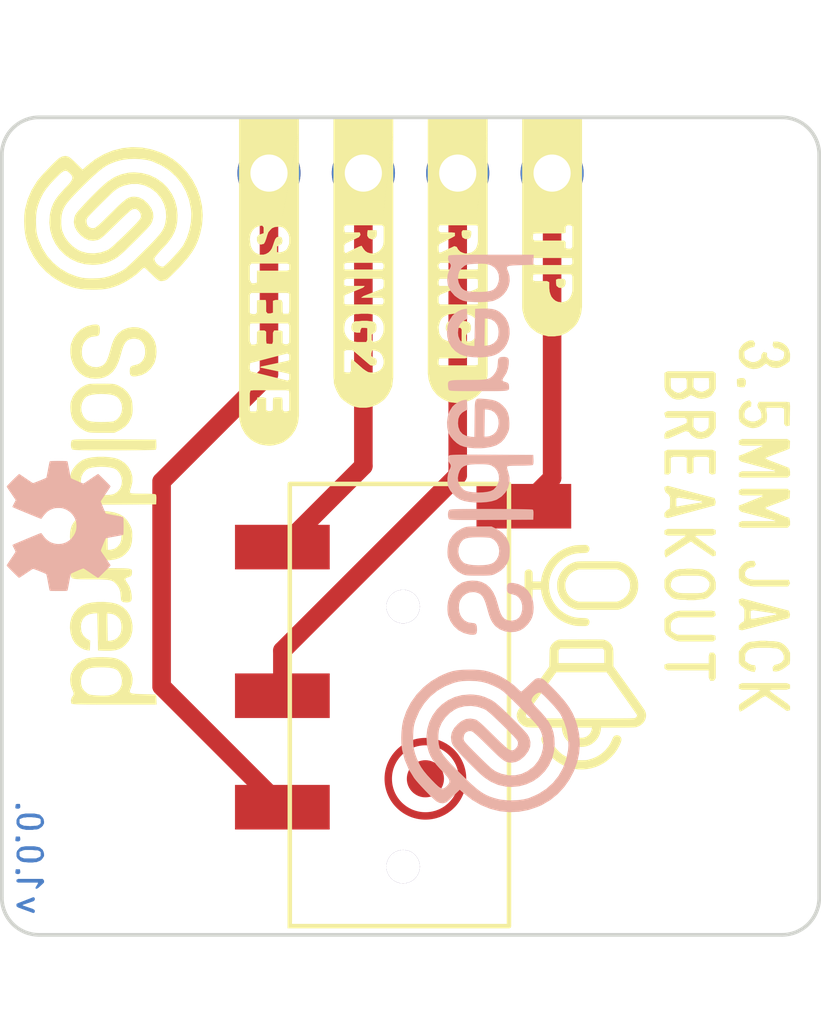
<source format=kicad_pcb>
(kicad_pcb (version 20211014) (generator pcbnew)
  (title_block (title "3.5mm Jack breakout") (date "2022-01-12") (rev "V1.0.0.") (company "SOLDERED") (comment 1 "333088"))
  (layers (0 "F.Cu" signal) (31 "B.Cu" signal) (34 "B.Paste" user) (35 "F.Paste" user) (36 "B.SilkS" user "B.Silkscreen") (37 "F.SilkS" user "F.Silkscreen") (38 "B.Mask" user) (39 "F.Mask" user) (44 "Edge.Cuts" user))
  (net 0 "")
  (net 1 "TIP")
  (net 2 "RING2")
  (net 3 "RING1")
  (net 4 "SLEEVE")
  (footprint "e-radionica.com footprinti:FIDUCIAL_23" (layer "F.Cu") (at 143.4 105.8)
    (fp_text reference "FD1")
    (fp_text value "FIDUCIAL")
    (fp_circle (center 0 0) (end 1 0) (layer "F.Cu") (width 0.2) (fill none))
    (pad "1" smd circle (at 0 0) (size 1 1) (layers "F.Cu" "F.Paste" "F.Mask") (clearance 1.1))
  )
  (footprint "buzzardLabel" (layer "F.Cu") (at 152.5 99 -90)
    (fp_text reference "" (at 0 0 90) (layer "F.SilkS") (effects (font (size 1.27 1.27))))
    (fp_text value "" (at 0 0 90) (layer "F.SilkS") (effects (font (size 1.27 1.27))))
  )
  (footprint "buzzardLabel" (layer "F.Cu") (at 150.5 99 -90)
    (fp_text reference "" (at 0 0 90) (layer "F.SilkS") (effects (font (size 1.27 1.27))))
    (fp_text value "" (at 0 0 90) (layer "F.SilkS") (effects (font (size 1.27 1.27))))
  )
  (footprint "Soldered Graphics:Symbol-Front-Speaker" (layer "F.Cu") (at 147.6 103.8 -90)
    (fp_text reference "G***" hide)
    (fp_text value "LOGO" hide)
  )
  (footprint "e-radionica.com footprinti:3.5mm_jack" (layer "F.Cu") (at 142.8 109.765 90)
    (fp_text reference "K1")
    (fp_text value "3.5mm_jack")
    (pad "1" smd rect (at 11.3 3.25 90) (size 1.2 2.55) (layers "F.Cu" "F.Paste" "F.Mask") (net 1 "TIP"))
    (pad "2" smd rect (at 10.2 -3.25 90) (size 1.2 2.55) (layers "F.Cu" "F.Paste" "F.Mask") (net 2 "RING2"))
    (pad "3" smd rect (at 6.2 -3.25 90) (size 1.2 2.55) (layers "F.Cu" "F.Paste" "F.Mask") (net 3 "RING1"))
    (pad "4" smd rect (at 3.2 -3.25 90) (size 1.2 2.55) (layers "F.Cu" "F.Paste" "F.Mask") (net 4 "SLEEVE"))
    (pad "5" thru_hole circle (at 8.6 0 90) (size 0.9 0.9) (drill 1) (layers *.Cu *.Mask))
    (pad "5" thru_hole circle (at 1.6 0 90) (size 0.9 0.9) (drill 1) (layers *.Cu *.Mask))
  )
  (footprint "Soldered Graphics:Symbol-Front-Microphone" (layer "F.Cu") (at 147.6 100.6 -90)
    (fp_text reference "G***" hide)
    (fp_text value "LOGO" hide)
  )
  (footprint "buzzardLabel" (layer "F.Cu") (at 141.73 87.6 -90)
    (fp_text reference "" (at 0 0 90) (layer "F.SilkS") (effects (font (size 1.27 1.27))))
    (fp_text value "" (at 0 0 90) (layer "F.SilkS") (effects (font (size 1.27 1.27))))
  )
  (footprint "e-radionica.com footprinti:HOLE_3.2mm" (layer "F.Cu") (at 135 107)
    (fp_text reference "H1" hide)
    (fp_text value "HOLE_3.2mm" hide)
    (pad "" np_thru_hole circle locked (at 0 0) (size 3.2 3.2) (drill 3.2) (layers F&B.Cu *.Mask))
  )
  (footprint "buzzardLabel" (layer "F.Cu") (at 146.81 87.6 -90)
    (fp_text reference "" (at 0 0 90) (layer "F.SilkS") (effects (font (size 1.27 1.27))))
    (fp_text value "" (at 0 0 90) (layer "F.SilkS") (effects (font (size 1.27 1.27))))
  )
  (footprint "e-radionica.com footprinti:HOLE_3.2mm" (layer "F.Cu") (at 151 107)
    (fp_text reference "H2" hide)
    (fp_text value "HOLE_3.2mm" hide)
    (pad "" np_thru_hole circle locked (at 0 0) (size 3.2 3.2) (drill 3.2) (layers F&B.Cu *.Mask))
  )
  (footprint "Soldered Graphics:Logo-Back-OSH-3.5mm" (layer "F.Cu") (at 133.7 99 -90)
    (fp_text reference "G***" hide)
    (fp_text value "LOGO" hide)
  )
  (footprint "buzzardLabel" (layer "F.Cu") (at 139.19 87.6 -90)
    (fp_text reference "" (at 0 0 90) (layer "F.SilkS") (effects (font (size 1.27 1.27))))
    (fp_text value "" (at 0 0 90) (layer "F.SilkS") (effects (font (size 1.27 1.27))))
  )
  (footprint "Soldered Graphics:Logo-Back-SolderedFULL-15mm" (layer "F.Cu") (at 145.15 99.2 -90)
    (fp_text reference "REF**" hide)
    (fp_text value "Logo-Front-SolderedFULL-15mm" hide)
  )
  (footprint "buzzardLabel" (layer "F.Cu") (at 144.27 87.6 -90)
    (fp_text reference "" (at 0 0 90) (layer "F.SilkS") (effects (font (size 1.27 1.27))))
    (fp_text value "" (at 0 0 90) (layer "F.SilkS") (effects (font (size 1.27 1.27))))
  )
  (footprint "Soldered Graphics:Logo-Front-SolderedFULL-15mm" (layer "F.Cu") (at 135 96.3 -90)
    (fp_text reference "REF**" hide)
    (fp_text value "Logo-Front-SolderedFULL-15mm" hide)
  )
  (footprint "e-radionica.com footprinti:HEADER_MALE_4X1" (layer "B.Cu") (at 143 89.5)
    (fp_text reference "K2")
    (fp_text value "HEADER_MALE_4X1")
    (pad "1" thru_hole circle locked (at -3.81 0) (size 1.7 1.7) (drill 1) (layers *.Cu *.Mask) (net 4 "SLEEVE"))
    (pad "2" thru_hole circle locked (at -1.27 0) (size 1.7 1.7) (drill 1) (layers *.Cu *.Mask) (net 2 "RING2"))
    (pad "3" thru_hole circle locked (at 1.27 0) (size 1.7 1.7) (drill 1) (layers *.Cu *.Mask) (net 3 "RING1"))
    (pad "4" thru_hole circle locked (at 3.81 0) (size 1.7 1.7) (drill 1) (layers *.Cu *.Mask) (net 1 "TIP"))
  )
  (footprint "Soldered Graphics:Version1.0.0." (layer "B.Cu") (at 132.75 107.9 90)
    (fp_text reference "Ref**" hide)
    (fp_text value "Val**" hide)
    (fp_poly (pts (xy 1.31 -0.38) (xy 1.36 -0.38) (xy 1.41 -0.37) (xy 1.42 -0.33) (xy 1.42 -0.27) (xy 1.38 -0.26) (xy 1.33 -0.26) (xy 1.3 -0.29) (xy 1.3 -0.34) (xy 1.31 -0.38)) (layer "B.Cu") (width 0.01) (fill solid))
    (fp_poly (pts (xy -0.44 -0.38) (xy -0.39 -0.38) (xy -0.34 -0.37) (xy -0.34 -0.33) (xy -0.34 -0.27) (xy -0.38 -0.26) (xy -0.43 -0.26) (xy -0.46 -0.29) (xy -0.46 -0.34) (xy -0.44 -0.38)) (layer "B.Cu") (width 0.01) (fill solid))
    (fp_poly (pts (xy 0.43 -0.38) (xy 0.48 -0.38) (xy 0.54 -0.37) (xy 0.54 -0.33) (xy 0.54 -0.27) (xy 0.5 -0.26) (xy 0.45 -0.26) (xy 0.42 -0.29) (xy 0.42 -0.34) (xy 0.43 -0.38)) (layer "B.Cu") (width 0.01) (fill solid))
    (fp_poly (pts (xy 0.06 -0.35) (xy 0.11 -0.35) (xy 0.17 -0.33) (xy 0.13 -0.28) (xy 0.03 -0.28) (xy -0.01 -0.25) (xy -0.03 -0.2) (xy -0.05 -0.15) (xy -0.05 -0.11) (xy -0.05 0.01) (xy -0.05 0.13) (xy -0.05 0.17) (xy -0.03 0.22) (xy -0.01 0.27) (xy 0.02 0.3) (xy 0.13 0.3) (xy 0.16 0.26) (xy 0.18 0.21) (xy 0.18 0.15) (xy 0.19 0.05) (xy 0.19 -0.08) (xy 0.19 -0.12) (xy 0.18 -0.17) (xy 0.16 -0.22) (xy 0.14 -0.27) (xy 0.14 -0.28) (xy 0.17 -0.32) (xy 0.21 -0.29) (xy 0.24 -0.26) (xy 0.26 -0.22) (xy 0.27 -0.16) (xy 0.28 -0.11) (xy 0.28 -0.06) (xy 0.28 0.06) (xy 0.28 0.12) (xy 0.27 0.17) (xy 0.26 0.22) (xy 0.25 0.27) (xy 0.22 0.3) (xy 0.19 0.34) (xy 0.13 0.37) (xy 0.08 0.38) (xy 0.02 0.38) (xy -0.03 0.35) (xy -0.08 0.31) (xy -0.1 0.28) (xy -0.12 0.23) (xy -0.14 0.18) (xy -0.14 0.13) (xy -0.15 0.08) (xy -0.15 -0.04) (xy -0.14 -0.1) (xy -0.14 -0.14) (xy -0.13 -0.2) (xy -0.11 -0.25) (xy -0.08 -0.28) (xy -0.05 -0.32) (xy 0.01 -0.35) (xy 0.06 -0.35)) (layer "B.Cu") (width 0.01) (fill solid))
    (fp_poly (pts (xy -0.67 -0.35) (xy -0.62 -0.35) (xy -0.6 -0.31) (xy -0.6 0.35) (xy -0.64 0.38) (xy -0.69 0.38) (xy -0.73 0.34) (xy -0.84 0.22) (xy -0.86 0.17) (xy -0.83 0.16) (xy -0.73 0.22) (xy -0.69 0.23) (xy -0.69 -0.31) (xy -0.67 -0.35)) (layer "B.Cu") (width 0.01) (fill solid))
    (fp_poly (pts (xy 0.93 -0.35) (xy 0.99 -0.35) (xy 1.04 -0.33) (xy 1.01 -0.28) (xy 0.91 -0.28) (xy 0.87 -0.25) (xy 0.85 -0.2) (xy 0.83 -0.15) (xy 0.83 -0.11) (xy 0.82 0.01) (xy 0.83 0.13) (xy 0.83 0.17) (xy 0.84 0.22) (xy 0.87 0.27) (xy 0.9 0.3) (xy 1.01 0.3) (xy 1.04 0.26) (xy 1.05 0.21) (xy 1.06 0.15) (xy 1.07 0.05) (xy 1.07 -0.08) (xy 1.06 -0.12) (xy 1.06 -0.17) (xy 1.04 -0.22) (xy 1.02 -0.27) (xy 1.01 -0.28) (xy 1.05 -0.32) (xy 1.09 -0.29) (xy 1.12 -0.26) (xy 1.14 -0.22) (xy 1.15 -0.16) (xy 1.16 -0.11) (xy 1.16 -0.06) (xy 1.16 0.06) (xy 1.16 0.12) (xy 1.15 0.17) (xy 1.14 0.22) (xy 1.13 0.27) (xy 1.1 0.3) (xy 1.06 0.34) (xy 1.01 0.37) (xy 0.95 0.38) (xy 0.9 0.38) (xy 0.84 0.35) (xy 0.8 0.31) (xy 0.78 0.28) (xy 0.75 0.23) (xy 0.74 0.18) (xy 0.74 0.13) (xy 0.73 0.08) (xy 0.73 -0.04) (xy 0.73 -0.1) (xy 0.74 -0.14) (xy 0.75 -0.2) (xy 0.77 -0.25) (xy 0.79 -0.28) (xy 0.83 -0.32) (xy 0.89 -0.35) (xy 0.93 -0.35)) (layer "B.Cu") (width 0.01) (fill solid))
    (fp_poly (pts (xy -1.33 -0.35) (xy -1.27 -0.35) (xy -1.25 -0.31) (xy -1.09 0.1) (xy -1.11 0.13) (xy -1.16 0.13) (xy -1.19 0.1) (xy -1.28 -0.16) (xy -1.3 -0.21) (xy -1.32 -0.17) (xy -1.41 0.09) (xy -1.44 0.13) (xy -1.49 0.13) (xy -1.51 0.1) (xy -1.36 -0.31) (xy -1.33 -0.35)) (layer "B.Cu") (width 0.01) (fill solid))
  )
  (gr_line (start 153 88) (end 133 88) (layer "Edge.Cuts") (width 0.1))
  (gr_line (start 154 109) (end 154 89) (layer "Edge.Cuts") (width 0.1))
  (gr_arc (start 154 109) (mid 153.707107 109.707107) (end 153 110) (layer "Edge.Cuts") (width 0.1))
  (gr_line (start 133 110) (end 153 110) (layer "Edge.Cuts") (width 0.1))
  (gr_arc (start 153 88) (mid 153.707107 88.292893) (end 154 89) (layer "Edge.Cuts") (width 0.1))
  (gr_line (start 132 89) (end 132 109) (layer "Edge.Cuts") (width 0.1))
  (gr_arc (start 132 89) (mid 132.292893 88.292893) (end 133 88) (layer "Edge.Cuts") (width 0.1))
  (gr_arc (start 133 110) (mid 132.292895 109.707108) (end 132.000003 109.000003) (layer "Edge.Cuts") (width 0.1))
  (segment (start 146.81 97.705) (end 146.05 98.465) (width 0.5) (layer "F.Cu") (net 1))
  (segment (start 146.81 89.5) (end 146.81 97.705) (width 0.5) (layer "F.Cu") (net 1))
  (segment (start 147.435 90.125) (end 146.81 89.5) (width 0.254) (layer "F.Cu") (net 1))
  (segment (start 141.73 97.385) (end 139.55 99.565) (width 0.5) (layer "F.Cu") (net 2))
  (segment (start 141.73 89.5) (end 141.73 97.385) (width 0.5) (layer "F.Cu") (net 2))
  (segment (start 144.27 97.63) (end 139.55 102.35) (width 0.5) (layer "F.Cu") (net 3))
  (segment (start 139.55 102.35) (end 139.55 103.565) (width 0.5) (layer "F.Cu") (net 3))
  (segment (start 144.27 89.5) (end 144.27 97.63) (width 0.5) (layer "F.Cu") (net 3))
  (segment (start 136.3 103.315) (end 139.55 106.565) (width 0.5) (layer "F.Cu") (net 4))
  (segment (start 139.19 89.5) (end 139.19 94.91) (width 0.5) (layer "F.Cu") (net 4))
  (segment (start 136.3 97.8) (end 136.3 103.315) (width 0.5) (layer "F.Cu") (net 4))
  (segment (start 139.19 94.91) (end 136.3 97.8) (width 0.5) (layer "F.Cu") (net 4))
)
</source>
